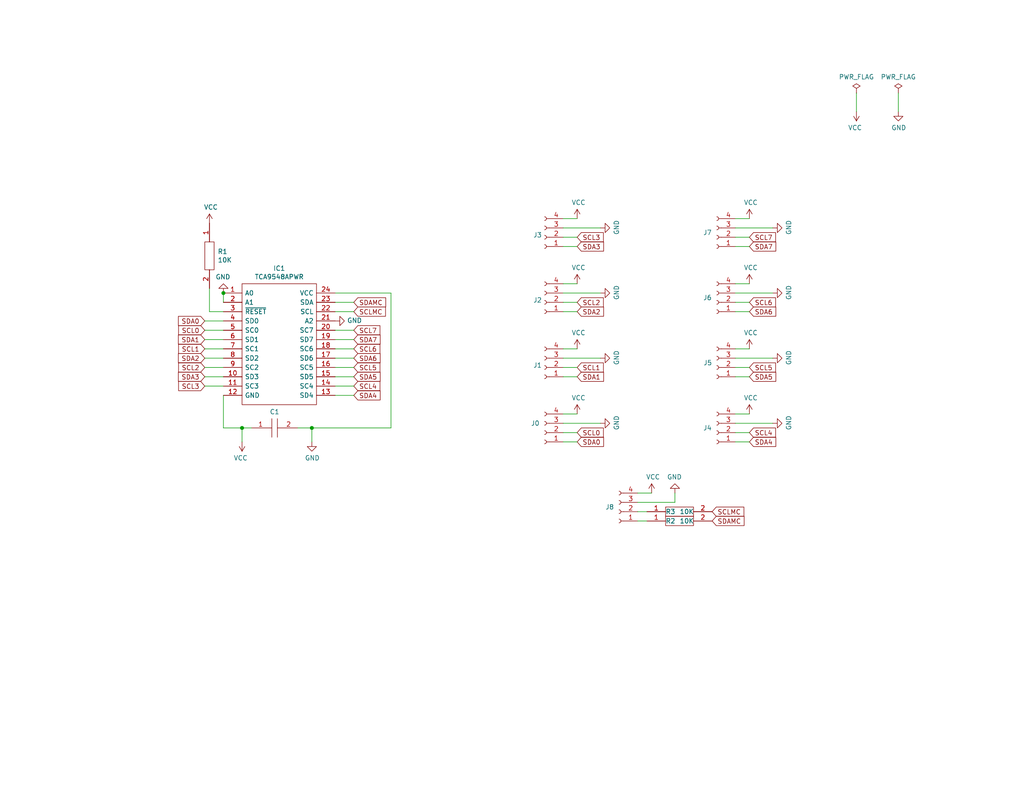
<source format=kicad_sch>
(kicad_sch (version 20211123) (generator eeschema)
  (paper "A")
  (title_block (title "SpecPeripheral I2C Bus Board") (date "2020-09-20") (rev "A") (company "Binomica Labs"))
  (lib_symbols
    (symbol "Connector:Conn_01x04_Female" (pin_names (offset 1.016) hide)
      (property "Reference" "J" (at 0 5.08 0))
      (property "Value" "Conn_01x04_Female" (at 0 -7.62 0))
      (symbol "Conn_01x04_Female_1_1"
        (arc (start 0 -4.572) (mid -0.508 -5.08) (end 0 -5.588) (stroke (width 0.1524)))
        (arc (start 0 -2.032) (mid -0.508 -2.54) (end 0 -3.048) (stroke (width 0.1524)))
        (polyline (pts (xy -1.27 -5.08) (xy -0.508 -5.08)) (stroke (width 0.1524)))
        (polyline (pts (xy -1.27 -2.54) (xy -0.508 -2.54)) (stroke (width 0.1524)))
        (polyline (pts (xy -1.27 0) (xy -0.508 0)) (stroke (width 0.1524)))
        (polyline (pts (xy -1.27 2.54) (xy -0.508 2.54)) (stroke (width 0.1524)))
        (arc (start 0 0.508) (mid -0.508 0) (end 0 -0.508) (stroke (width 0.1524)))
        (arc (start 0 3.048) (mid -0.508 2.54) (end 0 2.032) (stroke (width 0.1524)))
        (pin passive line (at -5.08 2.54 0) (length 3.81) (name "Pin_1") (number "1"))
        (pin passive line (at -5.08 0 0) (length 3.81) (name "Pin_2") (number "2"))
        (pin passive line (at -5.08 -2.54 0) (length 3.81) (name "Pin_3") (number "3"))
        (pin passive line (at -5.08 -5.08 0) (length 3.81) (name "Pin_4") (number "4"))
      )
    )
    (symbol "SamacSys_Parts:GRM31CR70J106KA01L" (pin_names (offset 0.762))
      (property "Reference" "C" (at 8.89 6.35 0))
      (property "Value" "SamacSys_Parts_GRM31CR70J106KA01L" (at 8.89 3.81 0))
      (symbol "GRM31CR70J106KA01L_0_0"
        (pin passive line (at 0 0 0) (length 5.08) (name "~") (number "1"))
        (pin passive line (at 12.7 0 180) (length 5.08) (name "~") (number "2"))
      )
      (symbol "GRM31CR70J106KA01L_0_1"
        (polyline (pts (xy 5.08 0) (xy 5.588 0)) (stroke (width 0.1524)))
        (polyline (pts (xy 5.588 2.54) (xy 5.588 -2.54)) (stroke (width 0.1524)))
        (polyline (pts (xy 7.112 0) (xy 7.62 0)) (stroke (width 0.1524)))
        (polyline (pts (xy 7.112 2.54) (xy 7.112 -2.54)) (stroke (width 0.1524)))
      )
    )
    (symbol "SamacSys_Parts:RC1206FR-0710KL" (pin_names (offset 0.762))
      (property "Reference" "R" (at 13.97 6.35 0))
      (property "Value" "SamacSys_Parts_RC1206FR-0710KL" (at 13.97 3.81 0))
      (symbol "RC1206FR-0710KL_0_0"
        (pin passive line (at 0 0 0) (length 5.08) (name "~") (number "1"))
        (pin passive line (at 17.78 0 180) (length 5.08) (name "~") (number "2"))
      )
      (symbol "RC1206FR-0710KL_0_1"
        (polyline (pts (xy 5.08 1.27) (xy 12.7 1.27) (xy 12.7 -1.27) (xy 5.08 -1.27) (xy 5.08 1.27)) (stroke (width 0.1524)))
      )
    )
    (symbol "SamacSys_Parts:TCA9548APWR" (pin_names (offset 0.762))
      (property "Reference" "IC" (at 26.67 7.62 0))
      (property "Value" "SamacSys_Parts_TCA9548APWR" (at 26.67 5.08 0))
      (symbol "TCA9548APWR_0_0"
        (pin passive line (at 0 0 0) (length 5.08) (name "A0") (number "1"))
        (pin passive line (at 0 -22.86 0) (length 5.08) (name "SD3") (number "10"))
        (pin passive line (at 0 -25.4 0) (length 5.08) (name "SC3") (number "11"))
        (pin passive line (at 0 -27.94 0) (length 5.08) (name "GND") (number "12"))
        (pin passive line (at 30.48 -27.94 180) (length 5.08) (name "SD4") (number "13"))
        (pin passive line (at 30.48 -25.4 180) (length 5.08) (name "SC4") (number "14"))
        (pin passive line (at 30.48 -22.86 180) (length 5.08) (name "SD5") (number "15"))
        (pin passive line (at 30.48 -20.32 180) (length 5.08) (name "SC5") (number "16"))
        (pin passive line (at 30.48 -17.78 180) (length 5.08) (name "SD6") (number "17"))
        (pin passive line (at 30.48 -15.24 180) (length 5.08) (name "SC6") (number "18"))
        (pin passive line (at 30.48 -12.7 180) (length 5.08) (name "SD7") (number "19"))
        (pin passive line (at 0 -2.54 0) (length 5.08) (name "A1") (number "2"))
        (pin passive line (at 30.48 -10.16 180) (length 5.08) (name "SC7") (number "20"))
        (pin passive line (at 30.48 -7.62 180) (length 5.08) (name "A2") (number "21"))
        (pin passive line (at 30.48 -5.08 180) (length 5.08) (name "SCL") (number "22"))
        (pin passive line (at 30.48 -2.54 180) (length 5.08) (name "SDA") (number "23"))
        (pin passive line (at 30.48 0 180) (length 5.08) (name "VCC") (number "24"))
        (pin passive line (at 0 -5.08 0) (length 5.08) (name "~{RESET}") (number "3"))
        (pin passive line (at 0 -7.62 0) (length 5.08) (name "SD0") (number "4"))
        (pin passive line (at 0 -10.16 0) (length 5.08) (name "SC0") (number "5"))
        (pin passive line (at 0 -12.7 0) (length 5.08) (name "SD1") (number "6"))
        (pin passive line (at 0 -15.24 0) (length 5.08) (name "SC1") (number "7"))
        (pin passive line (at 0 -17.78 0) (length 5.08) (name "SD2") (number "8"))
        (pin passive line (at 0 -20.32 0) (length 5.08) (name "SC2") (number "9"))
      )
      (symbol "TCA9548APWR_0_1"
        (polyline (pts (xy 5.08 2.54) (xy 25.4 2.54) (xy 25.4 -30.48) (xy 5.08 -30.48) (xy 5.08 2.54)) (stroke (width 0.1524)))
      )
    )
    (symbol "power:GND" (power) (pin_names (offset 0))
      (property "Value" "GND" (at 0 -3.81 0))
      (symbol "GND_0_1"
        (polyline (pts (xy 0 0) (xy 0 -1.27) (xy 1.27 -1.27) (xy 0 -2.54) (xy -1.27 -1.27) (xy 0 -1.27)))
      )
      (symbol "GND_1_1"
        (pin power_in line (at 0 0 270) (length 0) hide (name "GND") (number "1"))
      )
    )
    (symbol "power:PWR_FLAG" (power) (pin_numbers hide) (pin_names (offset 0) hide)
      (property "Value" "PWR_FLAG" (at 0 3.81 0))
      (symbol "PWR_FLAG_0_0"
        (pin power_out line (at 0 0 90) (length 0) (name "pwr") (number "1"))
      )
      (symbol "PWR_FLAG_0_1"
        (polyline (pts (xy 0 0) (xy 0 1.27) (xy -1.016 1.905) (xy 0 2.54) (xy 1.016 1.905) (xy 0 1.27)))
      )
    )
    (symbol "power:VCC" (power) (pin_names (offset 0))
      (property "Value" "VCC" (at 0 3.81 0))
      (symbol "VCC_0_1"
        (polyline (pts (xy -0.762 1.27) (xy 0 2.54)))
        (polyline (pts (xy 0 0) (xy 0 2.54)))
        (polyline (pts (xy 0 2.54) (xy 0.762 1.27)))
      )
      (symbol "VCC_1_1"
        (pin power_in line (at 0 0 90) (length 0) hide (name "VCC") (number "1"))
      )
    )
  )
  (junction (at 85.09 116.84))
  (junction (at 66.04 116.84))
  (junction (at 60.96 80.01))
  (wire (pts (xy 245.11 25.4) (xy 245.11 30.48)))
  (wire (pts (xy 57.15 85.09) (xy 60.96 85.09)))
  (wire (pts (xy 200.66 77.47) (xy 204.47 77.47)))
  (wire (pts (xy 157.48 100.33) (xy 153.67 100.33)))
  (wire (pts (xy 200.66 97.79) (xy 210.82 97.79)))
  (wire (pts (xy 153.67 85.09) (xy 157.48 85.09)))
  (wire (pts (xy 200.66 118.11) (xy 204.47 118.11)))
  (wire (pts (xy 55.88 92.71) (xy 60.96 92.71)))
  (wire (pts (xy 60.96 82.55) (xy 60.96 80.01)))
  (wire (pts (xy 60.96 107.95) (xy 60.96 116.84)))
  (wire (pts (xy 200.66 115.57) (xy 210.82 115.57)))
  (wire (pts (xy 200.66 80.01) (xy 210.82 80.01)))
  (wire (pts (xy 91.44 80.01) (xy 106.68 80.01)))
  (wire (pts (xy 204.47 82.55) (xy 200.66 82.55)))
  (wire (pts (xy 153.67 59.69) (xy 157.48 59.69)))
  (wire (pts (xy 91.44 102.87) (xy 96.52 102.87)))
  (wire (pts (xy 153.67 120.65) (xy 157.48 120.65)))
  (wire (pts (xy 153.67 113.03) (xy 157.48 113.03)))
  (wire (pts (xy 200.66 95.25) (xy 204.47 95.25)))
  (wire (pts (xy 60.96 116.84) (xy 66.04 116.84)))
  (wire (pts (xy 106.68 80.01) (xy 106.68 116.84)))
  (wire (pts (xy 66.04 116.84) (xy 66.04 120.65)))
  (wire (pts (xy 55.88 95.25) (xy 60.96 95.25)))
  (wire (pts (xy 85.09 116.84) (xy 85.09 120.65)))
  (wire (pts (xy 173.99 137.16) (xy 184.15 137.16)))
  (wire (pts (xy 96.52 95.25) (xy 91.44 95.25)))
  (wire (pts (xy 55.88 105.41) (xy 60.96 105.41)))
  (wire (pts (xy 153.67 77.47) (xy 157.48 77.47)))
  (wire (pts (xy 85.09 116.84) (xy 81.28 116.84)))
  (wire (pts (xy 233.68 25.4) (xy 233.68 30.48)))
  (wire (pts (xy 91.44 90.17) (xy 96.52 90.17)))
  (wire (pts (xy 91.44 82.55) (xy 96.52 82.55)))
  (wire (pts (xy 153.67 62.23) (xy 163.83 62.23)))
  (wire (pts (xy 96.52 92.71) (xy 91.44 92.71)))
  (wire (pts (xy 55.88 90.17) (xy 60.96 90.17)))
  (wire (pts (xy 173.99 134.62) (xy 177.8 134.62)))
  (wire (pts (xy 106.68 116.84) (xy 85.09 116.84)))
  (wire (pts (xy 200.66 113.03) (xy 204.47 113.03)))
  (wire (pts (xy 200.66 59.69) (xy 204.47 59.69)))
  (wire (pts (xy 153.67 97.79) (xy 163.83 97.79)))
  (wire (pts (xy 176.53 142.24) (xy 173.99 142.24)))
  (wire (pts (xy 200.66 62.23) (xy 210.82 62.23)))
  (wire (pts (xy 96.52 105.41) (xy 91.44 105.41)))
  (wire (pts (xy 200.66 120.65) (xy 204.47 120.65)))
  (wire (pts (xy 66.04 116.84) (xy 68.58 116.84)))
  (wire (pts (xy 184.15 137.16) (xy 184.15 134.62)))
  (wire (pts (xy 57.15 85.09) (xy 57.15 78.74)))
  (wire (pts (xy 157.48 102.87) (xy 153.67 102.87)))
  (wire (pts (xy 60.96 87.63) (xy 55.88 87.63)))
  (wire (pts (xy 153.67 118.11) (xy 157.48 118.11)))
  (wire (pts (xy 55.88 102.87) (xy 60.96 102.87)))
  (wire (pts (xy 96.52 107.95) (xy 91.44 107.95)))
  (wire (pts (xy 204.47 85.09) (xy 200.66 85.09)))
  (wire (pts (xy 204.47 67.31) (xy 200.66 67.31)))
  (wire (pts (xy 153.67 115.57) (xy 163.83 115.57)))
  (wire (pts (xy 91.44 85.09) (xy 96.52 85.09)))
  (wire (pts (xy 96.52 100.33) (xy 91.44 100.33)))
  (wire (pts (xy 157.48 67.31) (xy 153.67 67.31)))
  (wire (pts (xy 153.67 80.01) (xy 163.83 80.01)))
  (wire (pts (xy 204.47 102.87) (xy 200.66 102.87)))
  (wire (pts (xy 204.47 100.33) (xy 200.66 100.33)))
  (wire (pts (xy 157.48 64.77) (xy 153.67 64.77)))
  (wire (pts (xy 204.47 64.77) (xy 200.66 64.77)))
  (wire (pts (xy 176.53 139.7) (xy 173.99 139.7)))
  (wire (pts (xy 96.52 97.79) (xy 91.44 97.79)))
  (wire (pts (xy 153.67 95.25) (xy 157.48 95.25)))
  (wire (pts (xy 55.88 97.79) (xy 60.96 97.79)))
  (wire (pts (xy 55.88 100.33) (xy 60.96 100.33)))
  (wire (pts (xy 153.67 82.55) (xy 157.48 82.55)))
  (global_label "SDAMC" (shape input) (at 194.31 142.24 0) (property "Intersheet References" "${INTERSHEET_REFS}" (effects hide)))
  (global_label "SCL1" (shape input) (at 157.48 100.33 0) (property "Intersheet References" "${INTERSHEET_REFS}" (effects hide)))
  (global_label "SDA4" (shape input) (at 204.47 120.65 0) (property "Intersheet References" "${INTERSHEET_REFS}" (effects hide)))
  (global_label "SDA6" (shape input) (at 96.52 97.79 0) (property "Intersheet References" "${INTERSHEET_REFS}" (effects hide)))
  (global_label "SCL7" (shape input) (at 204.47 64.77 0) (property "Intersheet References" "${INTERSHEET_REFS}" (effects hide)))
  (global_label "SDA5" (shape input) (at 96.52 102.87 0) (property "Intersheet References" "${INTERSHEET_REFS}" (effects hide)))
  (global_label "SCL5" (shape input) (at 96.52 100.33 0) (property "Intersheet References" "${INTERSHEET_REFS}" (effects hide)))
  (global_label "SCL6" (shape input) (at 96.52 95.25 0) (property "Intersheet References" "${INTERSHEET_REFS}" (effects hide)))
  (global_label "SCL6" (shape input) (at 204.47 82.55 0) (property "Intersheet References" "${INTERSHEET_REFS}" (effects hide)))
  (global_label "SCL7" (shape input) (at 96.52 90.17 0) (property "Intersheet References" "${INTERSHEET_REFS}" (effects hide)))
  (global_label "SCL2" (shape input) (at 55.88 100.33 180) (property "Intersheet References" "${INTERSHEET_REFS}" (effects hide)))
  (global_label "SDA1" (shape input) (at 55.88 92.71 180) (property "Intersheet References" "${INTERSHEET_REFS}" (effects hide)))
  (global_label "SDA7" (shape input) (at 96.52 92.71 0) (property "Intersheet References" "${INTERSHEET_REFS}" (effects hide)))
  (global_label "SCLMC" (shape input) (at 96.52 85.09 0) (property "Intersheet References" "${INTERSHEET_REFS}" (effects hide)))
  (global_label "SDA3" (shape input) (at 157.48 67.31 0) (property "Intersheet References" "${INTERSHEET_REFS}" (effects hide)))
  (global_label "SCL0" (shape input) (at 55.88 90.17 180) (property "Intersheet References" "${INTERSHEET_REFS}" (effects hide)))
  (global_label "SDA2" (shape input) (at 55.88 97.79 180) (property "Intersheet References" "${INTERSHEET_REFS}" (effects hide)))
  (global_label "SDA6" (shape input) (at 204.47 85.09 0) (property "Intersheet References" "${INTERSHEET_REFS}" (effects hide)))
  (global_label "SCL3" (shape input) (at 157.48 64.77 0) (property "Intersheet References" "${INTERSHEET_REFS}" (effects hide)))
  (global_label "SDA0" (shape input) (at 157.48 120.65 0) (property "Intersheet References" "${INTERSHEET_REFS}" (effects hide)))
  (global_label "SDA1" (shape input) (at 157.48 102.87 0) (property "Intersheet References" "${INTERSHEET_REFS}" (effects hide)))
  (global_label "SCL2" (shape input) (at 157.48 82.55 0) (property "Intersheet References" "${INTERSHEET_REFS}" (effects hide)))
  (global_label "SCL5" (shape input) (at 204.47 100.33 0) (property "Intersheet References" "${INTERSHEET_REFS}" (effects hide)))
  (global_label "SDA3" (shape input) (at 55.88 102.87 180) (property "Intersheet References" "${INTERSHEET_REFS}" (effects hide)))
  (global_label "SCL3" (shape input) (at 55.88 105.41 180) (property "Intersheet References" "${INTERSHEET_REFS}" (effects hide)))
  (global_label "SDA5" (shape input) (at 204.47 102.87 0) (property "Intersheet References" "${INTERSHEET_REFS}" (effects hide)))
  (global_label "SDA4" (shape input) (at 96.52 107.95 0) (property "Intersheet References" "${INTERSHEET_REFS}" (effects hide)))
  (global_label "SDA7" (shape input) (at 204.47 67.31 0) (property "Intersheet References" "${INTERSHEET_REFS}" (effects hide)))
  (global_label "SCL4" (shape input) (at 96.52 105.41 0) (property "Intersheet References" "${INTERSHEET_REFS}" (effects hide)))
  (global_label "SDAMC" (shape input) (at 96.52 82.55 0) (property "Intersheet References" "${INTERSHEET_REFS}" (effects hide)))
  (global_label "SCL4" (shape input) (at 204.47 118.11 0) (property "Intersheet References" "${INTERSHEET_REFS}" (effects hide)))
  (global_label "SCL0" (shape input) (at 157.48 118.11 0) (property "Intersheet References" "${INTERSHEET_REFS}" (effects hide)))
  (global_label "SCL1" (shape input) (at 55.88 95.25 180) (property "Intersheet References" "${INTERSHEET_REFS}" (effects hide)))
  (global_label "SDA2" (shape input) (at 157.48 85.09 0) (property "Intersheet References" "${INTERSHEET_REFS}" (effects hide)))
  (global_label "SCLMC" (shape input) (at 194.31 139.7 0) (property "Intersheet References" "${INTERSHEET_REFS}" (effects hide)))
  (global_label "SDA0" (shape input) (at 55.88 87.63 180) (property "Intersheet References" "${INTERSHEET_REFS}" (effects hide)))
  (symbol (lib_id "power:GND") (at 245.11 30.48 0) (unit 1)
    (property "Reference" "#PWR0102" (effects hide))
    (property "Value" "GND" (at 245.237 34.8742 0))
  )
  (symbol (lib_id "power:PWR_FLAG") (at 245.11 25.4 0) (unit 1)
    (property "Reference" "#FLG0101" (effects hide))
    (property "Value" "PWR_FLAG" (at 245.11 21.0058 0))
  )
  (symbol (lib_id "power:PWR_FLAG") (at 233.68 25.4 0) (unit 1)
    (property "Reference" "#FLG0102" (effects hide))
    (property "Value" "PWR_FLAG" (at 233.68 21.0058 0))
  )
  (symbol (lib_id "power:GND") (at 163.83 62.23 90) (unit 1)
    (property "Reference" "#PWR0108" (effects hide))
    (property "Value" "GND" (at 168.2242 62.103 0))
  )
  (symbol (lib_id "SamacSys_Parts:TCA9548APWR") (at 60.96 80.01 0) (unit 1)
    (property "Reference" "IC1" (at 76.2 73.279 0))
    (property "Value" "TCA9548APWR" (at 76.2 75.5904 0))
    (property "Footprint" "SOP65P640X120-24N" (effects hide))
    (property "Datasheet" "http://www.ti.com/lit/ds/symlink/tca9548a.pdf" (effects hide))
    (property "Description" "TEXAS INSTRUMENTS - TCA9548APWR - I2C SWITCH W/ RESET, 8-CH, TSSOP-24" (effects hide))
    (property "Height" "1.2" (effects hide))
    (property "Manufacturer_Name" "Texas Instruments" (effects hide))
    (property "Manufacturer_Part_Number" "TCA9548APWR" (effects hide))
    (property "Arrow Part Number" "TCA9548APWR" (effects hide))
    (property "Arrow Price/Stock" "https://www.arrow.com/en/products/tca9548apwr/texas-instruments" (effects hide))
    (property "Mouser Part Number" "595-TCA9548APWR" (effects hide))
    (property "Mouser Price/Stock" "https://www.mouser.co.uk/ProductDetail/Texas-Instruments/TCA9548APWR?qs=iFaFN7AS2WF%252BqSiJMbdYwQ%3D%3D" (effects hide))
  )
  (symbol (lib_id "power:GND") (at 85.09 120.65 0) (unit 1)
    (property "Reference" "#PWR0105" (effects hide))
    (property "Value" "GND" (at 85.217 125.0442 0))
  )
  (symbol (lib_id "power:VCC") (at 57.15 60.96 0) (unit 1)
    (property "Reference" "#PWR0101" (effects hide))
    (property "Value" "VCC" (at 57.531 56.5658 0))
  )
  (symbol (lib_id "power:VCC") (at 66.04 120.65 180) (unit 1)
    (property "Reference" "#PWR0103" (effects hide))
    (property "Value" "VCC" (at 65.659 125.0442 0))
  )
  (symbol (lib_id "power:VCC") (at 157.48 59.69 0) (unit 1)
    (property "Reference" "#PWR0106" (effects hide))
    (property "Value" "VCC" (at 157.861 55.2958 0))
  )
  (symbol (lib_id "power:VCC") (at 233.68 30.48 180) (unit 1)
    (property "Reference" "#PWR0107" (effects hide))
    (property "Value" "VCC" (at 233.299 34.8742 0))
  )
  (symbol (lib_id "SamacSys_Parts:RC1206FR-0710KL") (at 57.15 60.96 270) (unit 1)
    (property "Reference" "R1" (at 59.3852 68.6816 90) (effects (justify left)))
    (property "Value" "10K" (at 59.3852 70.993 90) (effects (justify left)))
    (property "Footprint" "RESC3116X65N" (effects hide))
    (property "Datasheet" "https://www.sos.sk/productdata/35/10/4/35104/RC1206.pdf" (effects hide))
    (property "Description" "GENERAL PURPOSE CHIP RESISTORS" (effects hide))
    (property "Height" "0.65" (effects hide))
    (property "Manufacturer_Name" "YAGEO (PHYCOMP)" (effects hide))
    (property "Manufacturer_Part_Number" "RC1206FR-0710KL" (effects hide))
    (property "Arrow Part Number" "RC1206FR-0710KL" (effects hide))
    (property "Arrow Price/Stock" "https://www.arrow.com/en/products/rc1206fr-0710kl/yageo" (effects hide))
    (property "Mouser Part Number" "603-RC1206FR-0710KL" (effects hide))
    (property "Mouser Price/Stock" "https://www.mouser.com/Search/Refine.aspx?Keyword=603-RC1206FR-0710KL" (effects hide))
  )
  (symbol (lib_id "SamacSys_Parts:GRM31CR70J106KA01L") (at 68.58 116.84 0) (unit 1)
    (property "Reference" "C1" (at 74.93 112.4458 0))
    (property "Value" "qw" (effects hide))
    (property "Footprint" "CAPC3216X180N" (effects hide))
    (property "Datasheet" "http://www.murata.com/~/media/webrenewal/support/library/catalog/products/capacitor/mlcc/c02e.pdf" (effects hide))
    (property "Description" "1206 X7R ceramic capacitor,10uF 6.3V Murata 1206 GRM 10uF Ceramic Multilayer Capacitor, 6.3 V dc, +125C, X7R Dielectric, +/-10% SMD" (effects hide))
    (property "Height" "1.8" (effects hide))
    (property "Manufacturer_Name" "Murata Electronics" (effects hide))
    (property "Manufacturer_Part_Number" "GRM31CR70J106KA01L" (effects hide))
    (property "Arrow Part Number" "GRM31CR70J106KA01L" (effects hide))
    (property "Arrow Price/Stock" "https://www.arrow.com/en/products/grm31cr70j106ka01l/murata-manufacturing" (effects hide))
    (property "Mouser Part Number" "81-GRM426X106K6.3L" (effects hide))
    (property "Mouser Price/Stock" "https://www.mouser.com/Search/Refine.aspx?Keyword=81-GRM426X106K6.3L" (effects hide))
  )
  (symbol (lib_id "power:GND") (at 60.96 80.01 180) (unit 1)
    (property "Reference" "#PWR0124" (effects hide))
    (property "Value" "GND" (at 60.833 75.6158 0))
  )
  (symbol (lib_id "power:GND") (at 91.44 87.63 90) (unit 1)
    (property "Reference" "#PWR0125" (effects hide))
    (property "Value" "GND" (at 94.6912 87.503 90) (effects (justify right)))
  )
  (symbol (lib_id "Connector:Conn_01x04_Female") (at 195.58 118.11 180) (unit 1)
    (property "Reference" "J4" (at 193.04 116.84 0))
    (property "Value" "Conn_01x04_Female" (effects hide))
    (property "Footprint" "Connector_PinHeader_2.54mm:PinHeader_1x04_P2.54mm_Vertical" (effects hide))
  )
  (symbol (lib_id "Connector:Conn_01x04_Female") (at 195.58 100.33 180) (unit 1)
    (property "Reference" "J5" (at 194.31 99.06 0) (effects (justify left)))
    (property "Value" "Conn_01x04_Female" (effects hide))
    (property "Footprint" "Connector_PinHeader_2.54mm:PinHeader_1x04_P2.54mm_Vertical" (effects hide))
  )
  (symbol (lib_id "Connector:Conn_01x04_Female") (at 195.58 82.55 180) (unit 1)
    (property "Reference" "J6" (at 193.04 81.28 0))
    (property "Value" "Conn_01x04_Female" (effects hide))
    (property "Footprint" "Connector_PinHeader_2.54mm:PinHeader_1x04_P2.54mm_Vertical" (effects hide))
  )
  (symbol (lib_id "Connector:Conn_01x04_Female") (at 195.58 64.77 180) (unit 1)
    (property "Reference" "J7" (at 193.04 63.5 0))
    (property "Value" "Conn_01x04_Female" (effects hide))
    (property "Footprint" "Connector_PinHeader_2.54mm:PinHeader_1x04_P2.54mm_Vertical" (effects hide))
  )
  (symbol (lib_id "Connector:Conn_01x04_Female") (at 148.59 118.11 180) (unit 1)
    (property "Reference" "J0" (at 146.05 115.57 0))
    (property "Value" "Conn_01x04_Female" (effects hide))
    (property "Footprint" "Connector_PinHeader_2.54mm:PinHeader_1x04_P2.54mm_Vertical" (effects hide))
  )
  (symbol (lib_id "Connector:Conn_01x04_Female") (at 148.59 100.33 180) (unit 1)
    (property "Reference" "J1" (at 147.8788 99.7204 0) (effects (justify left)))
    (property "Value" "Conn_01x04_Female" (effects hide))
    (property "Footprint" "Connector_PinHeader_2.54mm:PinHeader_1x04_P2.54mm_Vertical" (effects hide))
  )
  (symbol (lib_id "Connector:Conn_01x04_Female") (at 148.59 82.55 180) (unit 1)
    (property "Reference" "J2" (at 147.8788 81.9404 0) (effects (justify left)))
    (property "Value" "Conn_01x04_Female" (effects hide))
    (property "Footprint" "Connector_PinHeader_2.54mm:PinHeader_1x04_P2.54mm_Vertical" (effects hide))
  )
  (symbol (lib_id "Connector:Conn_01x04_Female") (at 148.59 64.77 180) (unit 1)
    (property "Reference" "J3" (at 147.8788 64.1604 0) (effects (justify left)))
    (property "Value" "Conn_01x04_Female" (effects hide))
    (property "Footprint" "Connector_PinHeader_2.54mm:PinHeader_1x04_P2.54mm_Vertical" (effects hide))
  )
  (symbol (lib_id "power:GND") (at 210.82 62.23 90) (unit 1)
    (property "Reference" "#PWR0104" (effects hide))
    (property "Value" "GND" (at 215.2142 62.103 0))
  )
  (symbol (lib_id "power:VCC") (at 204.47 59.69 0) (unit 1)
    (property "Reference" "#PWR0109" (effects hide))
    (property "Value" "VCC" (at 204.851 55.2958 0))
  )
  (symbol (lib_id "power:GND") (at 210.82 80.01 90) (unit 1)
    (property "Reference" "#PWR0110" (effects hide))
    (property "Value" "GND" (at 215.2142 79.883 0))
  )
  (symbol (lib_id "power:VCC") (at 204.47 77.47 0) (unit 1)
    (property "Reference" "#PWR0111" (effects hide))
    (property "Value" "VCC" (at 204.851 73.0758 0))
  )
  (symbol (lib_id "power:GND") (at 163.83 80.01 90) (unit 1)
    (property "Reference" "#PWR0112" (effects hide))
    (property "Value" "GND" (at 168.2242 79.883 0))
  )
  (symbol (lib_id "power:VCC") (at 157.48 77.47 0) (unit 1)
    (property "Reference" "#PWR0113" (effects hide))
    (property "Value" "VCC" (at 157.861 73.0758 0))
  )
  (symbol (lib_id "power:GND") (at 163.83 97.79 90) (unit 1)
    (property "Reference" "#PWR0114" (effects hide))
    (property "Value" "GND" (at 168.2242 97.663 0))
  )
  (symbol (lib_id "power:VCC") (at 157.48 95.25 0) (unit 1)
    (property "Reference" "#PWR0115" (effects hide))
    (property "Value" "VCC" (at 157.861 90.8558 0))
  )
  (symbol (lib_id "power:GND") (at 163.83 115.57 90) (unit 1)
    (property "Reference" "#PWR0116" (effects hide))
    (property "Value" "GND" (at 168.2242 115.443 0))
  )
  (symbol (lib_id "power:VCC") (at 157.48 113.03 0) (unit 1)
    (property "Reference" "#PWR0117" (effects hide))
    (property "Value" "VCC" (at 157.861 108.6358 0))
  )
  (symbol (lib_id "power:GND") (at 210.82 115.57 90) (unit 1)
    (property "Reference" "#PWR0118" (effects hide))
    (property "Value" "GND" (at 215.2142 115.443 0))
  )
  (symbol (lib_id "power:VCC") (at 204.47 113.03 0) (unit 1)
    (property "Reference" "#PWR0119" (effects hide))
    (property "Value" "VCC" (at 204.851 108.6358 0))
  )
  (symbol (lib_id "power:GND") (at 210.82 97.79 90) (unit 1)
    (property "Reference" "#PWR0120" (effects hide))
    (property "Value" "GND" (at 215.2142 97.663 0))
  )
  (symbol (lib_id "power:VCC") (at 204.47 95.25 0) (unit 1)
    (property "Reference" "#PWR0121" (effects hide))
    (property "Value" "VCC" (at 204.851 90.8558 0))
  )
  (symbol (lib_id "power:GND") (at 184.15 134.62 180) (unit 1)
    (property "Reference" "#PWR0122" (effects hide))
    (property "Value" "GND" (at 184.023 130.2258 0))
  )
  (symbol (lib_id "power:VCC") (at 177.8 134.62 0) (unit 1)
    (property "Reference" "#PWR0123" (effects hide))
    (property "Value" "VCC" (at 178.181 130.2258 0))
  )
  (symbol (lib_id "Connector:Conn_01x04_Female") (at 168.91 139.7 180) (unit 1)
    (property "Reference" "J8" (at 166.37 138.43 0))
    (property "Value" "Conn_01x04_Female" (effects hide))
    (property "Footprint" "Connector_PinHeader_2.54mm:PinHeader_1x04_P2.54mm_Vertical" (effects hide))
  )
  (symbol (lib_id "SamacSys_Parts:RC1206FR-0710KL") (at 176.53 139.7 0) (unit 1)
    (property "Reference" "R2" (at 181.61 142.24 0) (effects (justify left)))
    (property "Value" "10K" (at 185.42 142.24 0) (effects (justify left)))
    (property "Footprint" "RESC3116X65N" (effects hide))
    (property "Datasheet" "https://www.sos.sk/productdata/35/10/4/35104/RC1206.pdf" (effects hide))
    (property "Description" "GENERAL PURPOSE CHIP RESISTORS" (effects hide))
    (property "Height" "0.65" (effects hide))
    (property "Manufacturer_Name" "YAGEO (PHYCOMP)" (effects hide))
    (property "Manufacturer_Part_Number" "RC1206FR-0710KL" (effects hide))
    (property "Arrow Part Number" "RC1206FR-0710KL" (effects hide))
    (property "Arrow Price/Stock" "https://www.arrow.com/en/products/rc1206fr-0710kl/yageo" (effects hide))
    (property "Mouser Part Number" "603-RC1206FR-0710KL" (effects hide))
    (property "Mouser Price/Stock" "https://www.mouser.com/Search/Refine.aspx?Keyword=603-RC1206FR-0710KL" (effects hide))
  )
  (symbol (lib_id "SamacSys_Parts:RC1206FR-0710KL") (at 176.53 142.24 0) (unit 1)
    (property "Reference" "R3" (at 181.61 139.7 0) (effects (justify left)))
    (property "Value" "10K" (at 185.42 139.7 0) (effects (justify left)))
    (property "Footprint" "RESC3116X65N" (effects hide))
    (property "Datasheet" "https://www.sos.sk/productdata/35/10/4/35104/RC1206.pdf" (effects hide))
    (property "Description" "GENERAL PURPOSE CHIP RESISTORS" (effects hide))
    (property "Height" "0.65" (effects hide))
    (property "Manufacturer_Name" "YAGEO (PHYCOMP)" (effects hide))
    (property "Manufacturer_Part_Number" "RC1206FR-0710KL" (effects hide))
    (property "Arrow Part Number" "RC1206FR-0710KL" (effects hide))
    (property "Arrow Price/Stock" "https://www.arrow.com/en/products/rc1206fr-0710kl/yageo" (effects hide))
    (property "Mouser Part Number" "603-RC1206FR-0710KL" (effects hide))
    (property "Mouser Price/Stock" "https://www.mouser.com/Search/Refine.aspx?Keyword=603-RC1206FR-0710KL" (effects hide))
  )
)
</source>
